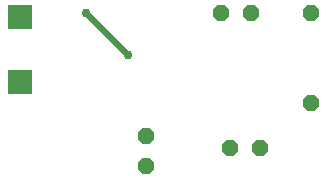
<source format=gbl>
G75*
%MOIN*%
%OFA0B0*%
%FSLAX25Y25*%
%IPPOS*%
%LPD*%
%AMOC8*
5,1,8,0,0,1.08239X$1,22.5*
%
%ADD10OC8,0.05200*%
%ADD11R,0.08268X0.08268*%
%ADD12C,0.02978*%
%ADD13C,0.02000*%
D10*
X0089000Y0024000D03*
X0089000Y0034000D03*
X0117000Y0030000D03*
X0127000Y0030000D03*
X0144000Y0045000D03*
X0144000Y0075000D03*
X0124000Y0075000D03*
X0114000Y0075000D03*
D11*
X0047000Y0052173D03*
X0047000Y0073827D03*
D12*
X0069000Y0075000D03*
X0083000Y0061000D03*
D13*
X0069000Y0075000D01*
M02*

</source>
